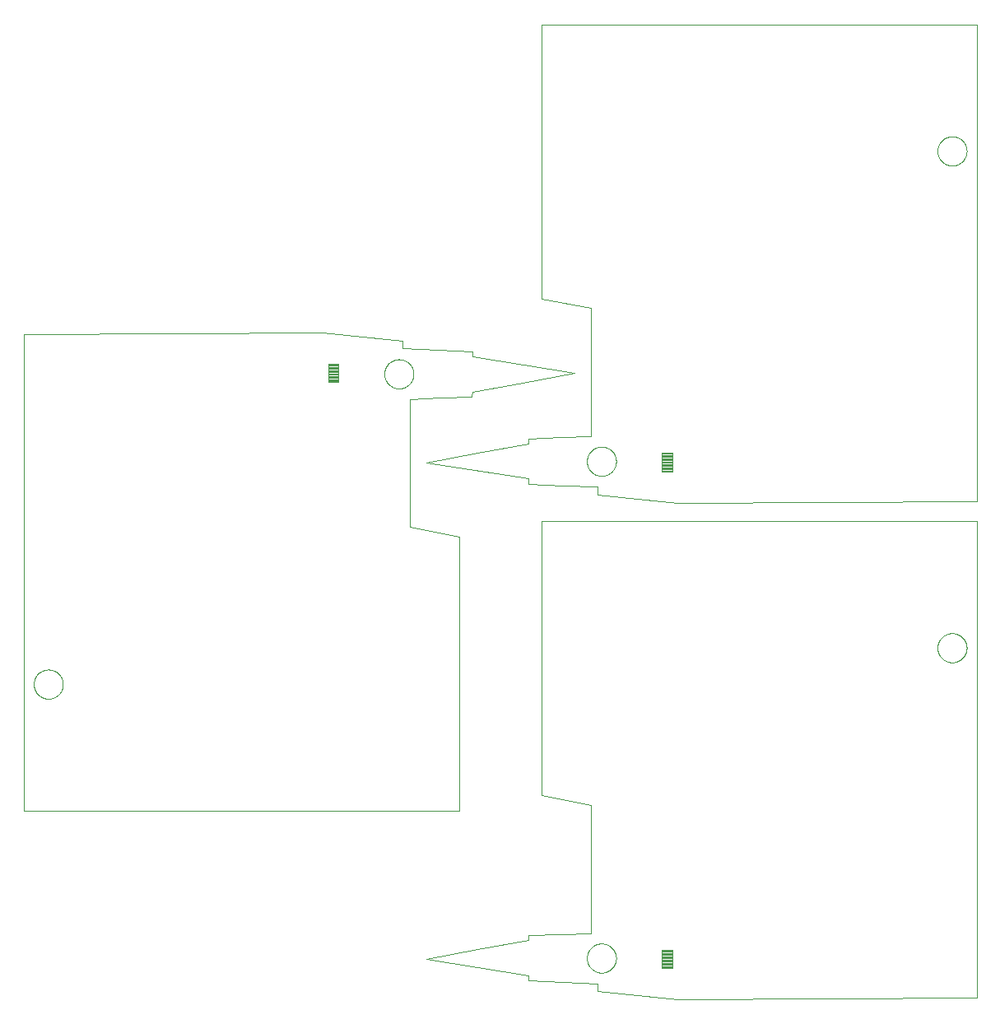
<source format=gbp>
%MOIN*%
%OFA0B0*%
%FSLAX25Y25*%
%IPPOS*%
%LPD*%
%AMOC8*
5,1,8,0,0,$1,22.5*%
%AMOC80*
5,1,8,0,0,$1,22.5*%
%AMOC81*
5,1,8,0,0,$1,202.5*%
%ADD10C,0*%
%ADD11C,0.0045*%
%ADD22C,0*%
%ADD23C,0.0045*%
%ADD24C,0*%
%ADD25C,0.0045*%
G75*
D10*
X0170811Y0216923D02*
X0191645Y0220881D01*
X0212144Y0224507D01*
X0212214Y0226340D01*
X0212284Y0226507D01*
X0225048Y0226993D01*
X0237478Y0227479D01*
X0237454Y0227473D02*
X0237479Y0253478D01*
X0237478Y0253451D02*
X0237478Y0279423D01*
X0217478Y0283173D01*
X0217478Y0394285D01*
X0393727Y0394285D01*
X0393727Y0201229D01*
X0333173Y0200882D01*
X0272617Y0200535D01*
X0240255Y0203907D01*
X0240255Y0207062D01*
X0226159Y0207618D01*
X0212061Y0208173D01*
X0212061Y0210395D01*
X0170811Y0216923D01*
X0235907Y0217338D02*
X0235909Y0217491D01*
X0235915Y0217645D01*
X0235924Y0217797D01*
X0235939Y0217950D01*
X0235957Y0218102D01*
X0235978Y0218254D01*
X0236004Y0218405D01*
X0236034Y0218556D01*
X0236068Y0218705D01*
X0236105Y0218854D01*
X0236146Y0219002D01*
X0236191Y0219148D01*
X0236240Y0219294D01*
X0236293Y0219438D01*
X0236349Y0219580D01*
X0236409Y0219721D01*
X0236473Y0219861D01*
X0236540Y0219999D01*
X0236611Y0220135D01*
X0236686Y0220269D01*
X0236763Y0220400D01*
X0236845Y0220531D01*
X0236929Y0220658D01*
X0237017Y0220785D01*
X0237108Y0220908D01*
X0237202Y0221029D01*
X0237300Y0221146D01*
X0237400Y0221263D01*
X0237503Y0221376D01*
X0237610Y0221487D01*
X0237719Y0221595D01*
X0237831Y0221700D01*
X0237944Y0221801D01*
X0238063Y0221900D01*
X0238181Y0221996D01*
X0238303Y0222088D01*
X0238429Y0222178D01*
X0238556Y0222264D01*
X0238685Y0222346D01*
X0238816Y0222427D01*
X0238949Y0222502D01*
X0239083Y0222576D01*
X0239221Y0222644D01*
X0239360Y0222710D01*
X0239500Y0222772D01*
X0239642Y0222830D01*
X0239785Y0222885D01*
X0239930Y0222935D01*
X0240076Y0222983D01*
X0240223Y0223026D01*
X0240370Y0223064D01*
X0240519Y0223101D01*
X0240669Y0223132D01*
X0240821Y0223159D01*
X0240972Y0223184D01*
X0241125Y0223204D01*
X0241277Y0223220D01*
X0241430Y0223232D01*
X0241583Y0223240D01*
X0241736Y0223244D01*
X0241889Y0223244D01*
X0242043Y0223240D01*
X0242196Y0223232D01*
X0242349Y0223220D01*
X0242501Y0223204D01*
X0242654Y0223184D01*
X0242804Y0223159D01*
X0242956Y0223132D01*
X0243106Y0223101D01*
X0243255Y0223064D01*
X0243403Y0223026D01*
X0243550Y0222983D01*
X0243696Y0222935D01*
X0243841Y0222885D01*
X0243983Y0222830D01*
X0244126Y0222772D01*
X0244266Y0222710D01*
X0244404Y0222644D01*
X0244542Y0222576D01*
X0244677Y0222502D01*
X0244810Y0222427D01*
X0244941Y0222346D01*
X0245070Y0222264D01*
X0245197Y0222178D01*
X0245322Y0222088D01*
X0245444Y0221996D01*
X0245563Y0221900D01*
X0245681Y0221801D01*
X0245795Y0221700D01*
X0245907Y0221595D01*
X0246016Y0221487D01*
X0246122Y0221376D01*
X0246226Y0221263D01*
X0246326Y0221146D01*
X0246424Y0221029D01*
X0246518Y0220908D01*
X0246609Y0220785D01*
X0246697Y0220658D01*
X0246781Y0220531D01*
X0246863Y0220400D01*
X0246939Y0220269D01*
X0247014Y0220135D01*
X0247086Y0219999D01*
X0247153Y0219861D01*
X0247217Y0219721D01*
X0247277Y0219580D01*
X0247332Y0219438D01*
X0247386Y0219294D01*
X0247434Y0219148D01*
X0247480Y0219002D01*
X0247521Y0218854D01*
X0247558Y0218705D01*
X0247592Y0218556D01*
X0247622Y0218405D01*
X0247647Y0218254D01*
X0247669Y0218102D01*
X0247687Y0217950D01*
X0247701Y0217797D01*
X0247711Y0217645D01*
X0247717Y0217491D01*
X0247718Y0217338D01*
X0247717Y0217185D01*
X0247711Y0217031D01*
X0247701Y0216878D01*
X0247687Y0216726D01*
X0247669Y0216573D01*
X0247647Y0216421D01*
X0247622Y0216271D01*
X0247592Y0216120D01*
X0247558Y0215970D01*
X0247521Y0215822D01*
X0247480Y0215674D01*
X0247434Y0215528D01*
X0247386Y0215382D01*
X0247332Y0215238D01*
X0247277Y0215096D01*
X0247217Y0214955D01*
X0247153Y0214814D01*
X0247086Y0214677D01*
X0247014Y0214541D01*
X0246939Y0214407D01*
X0246863Y0214275D01*
X0246781Y0214144D01*
X0246697Y0214017D01*
X0246609Y0213891D01*
X0246518Y0213768D01*
X0246424Y0213647D01*
X0246326Y0213529D01*
X0246226Y0213413D01*
X0246122Y0213300D01*
X0246016Y0213188D01*
X0245907Y0213081D01*
X0245795Y0212976D01*
X0245681Y0212875D01*
X0245563Y0212776D01*
X0245444Y0212679D01*
X0245322Y0212587D01*
X0245197Y0212498D01*
X0245070Y0212411D01*
X0244941Y0212329D01*
X0244810Y0212249D01*
X0244677Y0212173D01*
X0244542Y0212100D01*
X0244404Y0212031D01*
X0244266Y0211966D01*
X0244126Y0211904D01*
X0243983Y0211845D01*
X0243841Y0211791D01*
X0243696Y0211740D01*
X0243550Y0211693D01*
X0243403Y0211649D01*
X0243255Y0211611D01*
X0243106Y0211574D01*
X0242956Y0211544D01*
X0242804Y0211516D01*
X0242654Y0211492D01*
X0242501Y0211472D01*
X0242349Y0211456D01*
X0242196Y0211444D01*
X0242043Y0211436D01*
X0241889Y0211432D01*
X0241736Y0211432D01*
X0241583Y0211436D01*
X0241430Y0211444D01*
X0241277Y0211456D01*
X0241125Y0211472D01*
X0240972Y0211492D01*
X0240821Y0211516D01*
X0240669Y0211544D01*
X0240519Y0211574D01*
X0240370Y0211611D01*
X0240223Y0211649D01*
X0240076Y0211693D01*
X0239930Y0211740D01*
X0239785Y0211791D01*
X0239642Y0211845D01*
X0239500Y0211904D01*
X0239360Y0211966D01*
X0239221Y0212031D01*
X0239083Y0212100D01*
X0238949Y0212173D01*
X0238816Y0212249D01*
X0238685Y0212329D01*
X0238556Y0212411D01*
X0238429Y0212498D01*
X0238303Y0212587D01*
X0238181Y0212679D01*
X0238063Y0212776D01*
X0237944Y0212875D01*
X0237831Y0212976D01*
X0237719Y0213081D01*
X0237610Y0213188D01*
X0237503Y0213300D01*
X0237400Y0213413D01*
X0237300Y0213529D01*
X0237202Y0213647D01*
X0237108Y0213768D01*
X0237017Y0213891D01*
X0236929Y0214017D01*
X0236845Y0214144D01*
X0236763Y0214275D01*
X0236686Y0214407D01*
X0236611Y0214541D01*
X0236540Y0214677D01*
X0236473Y0214814D01*
X0236409Y0214955D01*
X0236349Y0215096D01*
X0236293Y0215238D01*
X0236240Y0215382D01*
X0236191Y0215528D01*
X0236146Y0215674D01*
X0236105Y0215822D01*
X0236068Y0215970D01*
X0236034Y0216120D01*
X0236004Y0216271D01*
X0235978Y0216421D01*
X0235957Y0216573D01*
X0235939Y0216726D01*
X0235924Y0216878D01*
X0235915Y0217031D01*
X0235909Y0217185D01*
X0235907Y0217338D01*
X0377893Y0342992D02*
X0377895Y0343145D01*
X0377901Y0343299D01*
X0377911Y0343452D01*
X0377925Y0343604D01*
X0377942Y0343757D01*
X0377965Y0343908D01*
X0377990Y0344058D01*
X0378020Y0344210D01*
X0378054Y0344360D01*
X0378091Y0344508D01*
X0378132Y0344656D01*
X0378177Y0344802D01*
X0378226Y0344948D01*
X0378279Y0345092D01*
X0378335Y0345234D01*
X0378394Y0345375D01*
X0378459Y0345515D01*
X0378526Y0345652D01*
X0378597Y0345789D01*
X0378671Y0345923D01*
X0378748Y0346055D01*
X0378831Y0346185D01*
X0378915Y0346313D01*
X0379003Y0346439D01*
X0379094Y0346562D01*
X0379188Y0346683D01*
X0379286Y0346801D01*
X0379386Y0346917D01*
X0379490Y0347030D01*
X0379596Y0347141D01*
X0379705Y0347249D01*
X0379816Y0347354D01*
X0379931Y0347455D01*
X0380049Y0347554D01*
X0380168Y0347650D01*
X0380290Y0347742D01*
X0380415Y0347832D01*
X0380542Y0347919D01*
X0380671Y0348001D01*
X0380801Y0348081D01*
X0380935Y0348157D01*
X0381070Y0348230D01*
X0381207Y0348299D01*
X0381346Y0348364D01*
X0381486Y0348426D01*
X0381628Y0348484D01*
X0381771Y0348539D01*
X0381916Y0348590D01*
X0382062Y0348637D01*
X0382209Y0348680D01*
X0382357Y0348719D01*
X0382506Y0348755D01*
X0382656Y0348785D01*
X0382807Y0348814D01*
X0382958Y0348838D01*
X0383111Y0348858D01*
X0383263Y0348874D01*
X0383416Y0348886D01*
X0383569Y0348894D01*
X0383722Y0348898D01*
X0383876Y0348898D01*
X0384029Y0348894D01*
X0384182Y0348886D01*
X0384335Y0348874D01*
X0384487Y0348858D01*
X0384640Y0348838D01*
X0384791Y0348814D01*
X0384942Y0348785D01*
X0385092Y0348755D01*
X0385241Y0348719D01*
X0385389Y0348680D01*
X0385536Y0348637D01*
X0385681Y0348590D01*
X0385827Y0348539D01*
X0385970Y0348484D01*
X0386112Y0348426D01*
X0386252Y0348364D01*
X0386391Y0348299D01*
X0386528Y0348230D01*
X0386662Y0348157D01*
X0386796Y0348081D01*
X0386927Y0348001D01*
X0387056Y0347919D01*
X0387183Y0347832D01*
X0387308Y0347742D01*
X0387430Y0347650D01*
X0387549Y0347554D01*
X0387667Y0347455D01*
X0387781Y0347354D01*
X0387893Y0347249D01*
X0388001Y0347141D01*
X0388108Y0347030D01*
X0388212Y0346917D01*
X0388311Y0346801D01*
X0388410Y0346683D01*
X0388504Y0346562D01*
X0388595Y0346439D01*
X0388683Y0346313D01*
X0388767Y0346185D01*
X0388849Y0346055D01*
X0388926Y0345923D01*
X0389001Y0345789D01*
X0389072Y0345652D01*
X0389139Y0345515D01*
X0389203Y0345375D01*
X0389263Y0345234D01*
X0389318Y0345092D01*
X0389372Y0344948D01*
X0389421Y0344802D01*
X0389466Y0344656D01*
X0389507Y0344508D01*
X0389544Y0344360D01*
X0389578Y0344210D01*
X0389608Y0344058D01*
X0389633Y0343908D01*
X0389655Y0343757D01*
X0389673Y0343604D01*
X0389687Y0343452D01*
X0389697Y0343299D01*
X0389703Y0343145D01*
X0389705Y0342992D01*
X0389703Y0342839D01*
X0389697Y0342685D01*
X0389687Y0342532D01*
X0389673Y0342380D01*
X0389655Y0342227D01*
X0389633Y0342076D01*
X0389608Y0341925D01*
X0389578Y0341774D01*
X0389544Y0341624D01*
X0389507Y0341476D01*
X0389466Y0341328D01*
X0389421Y0341182D01*
X0389372Y0341036D01*
X0389318Y0340892D01*
X0389263Y0340750D01*
X0389203Y0340609D01*
X0389139Y0340469D01*
X0389072Y0340331D01*
X0389001Y0340195D01*
X0388926Y0340061D01*
X0388849Y0339929D01*
X0388767Y0339799D01*
X0388683Y0339671D01*
X0388595Y0339545D01*
X0388504Y0339422D01*
X0388410Y0339301D01*
X0388311Y0339182D01*
X0388212Y0339067D01*
X0388108Y0338954D01*
X0388001Y0338843D01*
X0387893Y0338735D01*
X0387781Y0338630D01*
X0387667Y0338529D01*
X0387549Y0338430D01*
X0387430Y0338334D01*
X0387308Y0338241D01*
X0387183Y0338152D01*
X0387056Y0338065D01*
X0386927Y0337982D01*
X0386796Y0337903D01*
X0386662Y0337827D01*
X0386528Y0337754D01*
X0386391Y0337685D01*
X0386252Y0337620D01*
X0386112Y0337558D01*
X0385970Y0337500D01*
X0385827Y0337445D01*
X0385681Y0337394D01*
X0385536Y0337347D01*
X0385389Y0337304D01*
X0385241Y0337265D01*
X0385092Y0337229D01*
X0384942Y0337198D01*
X0384791Y0337170D01*
X0384640Y0337146D01*
X0384487Y0337126D01*
X0384335Y0337110D01*
X0384182Y0337098D01*
X0384029Y0337090D01*
X0383876Y0337086D01*
X0383722Y0337086D01*
X0383569Y0337090D01*
X0383416Y0337098D01*
X0383263Y0337110D01*
X0383111Y0337126D01*
X0382958Y0337146D01*
X0382807Y0337170D01*
X0382656Y0337198D01*
X0382506Y0337229D01*
X0382357Y0337265D01*
X0382209Y0337304D01*
X0382062Y0337347D01*
X0381916Y0337394D01*
X0381771Y0337445D01*
X0381628Y0337500D01*
X0381486Y0337558D01*
X0381346Y0337620D01*
X0381207Y0337685D01*
X0381070Y0337754D01*
X0380935Y0337827D01*
X0380801Y0337903D01*
X0380671Y0337982D01*
X0380542Y0338065D01*
X0380415Y0338152D01*
X0380290Y0338241D01*
X0380168Y0338334D01*
X0380049Y0338430D01*
X0379931Y0338529D01*
X0379816Y0338630D01*
X0379705Y0338735D01*
X0379596Y0338843D01*
X0379490Y0338954D01*
X0379386Y0339067D01*
X0379286Y0339182D01*
X0379188Y0339301D01*
X0379094Y0339422D01*
X0379003Y0339545D01*
X0378915Y0339671D01*
X0378831Y0339799D01*
X0378748Y0339929D01*
X0378671Y0340061D01*
X0378597Y0340195D01*
X0378526Y0340331D01*
X0378459Y0340469D01*
X0378394Y0340609D01*
X0378335Y0340750D01*
X0378279Y0340892D01*
X0378226Y0341036D01*
X0378177Y0341182D01*
X0378132Y0341328D01*
X0378091Y0341476D01*
X0378054Y0341624D01*
X0378020Y0341774D01*
X0377990Y0341925D01*
X0377965Y0342076D01*
X0377942Y0342227D01*
X0377925Y0342380D01*
X0377911Y0342532D01*
X0377901Y0342685D01*
X0377895Y0342839D01*
X0377893Y0342992D01*
D11*
X0266330Y0220711D02*
X0266330Y0213160D01*
X0266330Y0220711D02*
X0270380Y0220711D01*
X0270380Y0213160D01*
X0266330Y0213160D01*
X0266330Y0213610D02*
X0270380Y0213610D01*
X0270380Y0214059D02*
X0266330Y0214059D01*
X0266330Y0214508D02*
X0270380Y0214508D01*
X0270380Y0214957D02*
X0266330Y0214957D01*
X0266330Y0215406D02*
X0270380Y0215406D01*
X0270380Y0215855D02*
X0266330Y0215855D01*
X0266330Y0216304D02*
X0270380Y0216304D01*
X0270380Y0216753D02*
X0266330Y0216753D01*
X0266330Y0217201D02*
X0270380Y0217201D01*
X0270380Y0217651D02*
X0266330Y0217651D01*
X0266330Y0218100D02*
X0270380Y0218100D01*
X0270380Y0218549D02*
X0266330Y0218549D01*
X0266330Y0218997D02*
X0270380Y0218997D01*
X0270380Y0219447D02*
X0266330Y0219447D01*
X0266330Y0219896D02*
X0270380Y0219896D01*
X0270380Y0220345D02*
X0266330Y0220345D01*
G04 next file*
G75*
D22*
X0170811Y0015742D02*
X0191645Y0019700D01*
X0212144Y0023326D01*
X0212214Y0025158D01*
X0212284Y0025326D01*
X0225048Y0025812D01*
X0237478Y0026298D01*
X0237454Y0026292D02*
X0237479Y0052297D01*
X0237478Y0052270D02*
X0237478Y0078242D01*
X0217478Y0081992D01*
X0217478Y0193104D01*
X0393727Y0193104D01*
X0393727Y0000048D01*
X0333173Y-0000298D01*
X0272617Y-0000645D01*
X0240255Y0002726D01*
X0240255Y0005881D01*
X0226159Y0006437D01*
X0212061Y0006992D01*
X0212061Y0009215D01*
X0170811Y0015742D01*
X0235907Y0016157D02*
X0235909Y0016310D01*
X0235915Y0016464D01*
X0235924Y0016617D01*
X0235939Y0016769D01*
X0235957Y0016922D01*
X0235978Y0017073D01*
X0236004Y0017224D01*
X0236034Y0017375D01*
X0236068Y0017525D01*
X0236105Y0017673D01*
X0236146Y0017821D01*
X0236191Y0017967D01*
X0236240Y0018113D01*
X0236293Y0018257D01*
X0236349Y0018399D01*
X0236409Y0018540D01*
X0236473Y0018679D01*
X0236540Y0018818D01*
X0236611Y0018954D01*
X0236686Y0019088D01*
X0236763Y0019220D01*
X0236845Y0019350D01*
X0236929Y0019478D01*
X0237017Y0019604D01*
X0237108Y0019727D01*
X0237202Y0019848D01*
X0237300Y0019966D01*
X0237400Y0020082D01*
X0237503Y0020194D01*
X0237610Y0020305D01*
X0237719Y0020414D01*
X0237831Y0020519D01*
X0237944Y0020620D01*
X0238063Y0020719D01*
X0238181Y0020815D01*
X0238303Y0020908D01*
X0238429Y0020997D01*
X0238556Y0021084D01*
X0238685Y0021166D01*
X0238816Y0021246D01*
X0238949Y0021321D01*
X0239083Y0021395D01*
X0239221Y0021464D01*
X0239360Y0021529D01*
X0239500Y0021590D01*
X0239642Y0021649D01*
X0239785Y0021704D01*
X0239930Y0021755D01*
X0240076Y0021802D01*
X0240223Y0021845D01*
X0240370Y0021884D01*
X0240519Y0021920D01*
X0240669Y0021951D01*
X0240821Y0021979D01*
X0240972Y0022003D01*
X0241125Y0022022D01*
X0241277Y0022039D01*
X0241430Y0022051D01*
X0241583Y0022059D01*
X0241736Y0022063D01*
X0241889Y0022063D01*
X0242043Y0022059D01*
X0242196Y0022051D01*
X0242349Y0022039D01*
X0242501Y0022022D01*
X0242654Y0022003D01*
X0242804Y0021979D01*
X0242956Y0021951D01*
X0243106Y0021920D01*
X0243255Y0021884D01*
X0243403Y0021845D01*
X0243550Y0021802D01*
X0243696Y0021755D01*
X0243841Y0021704D01*
X0243983Y0021649D01*
X0244126Y0021590D01*
X0244266Y0021529D01*
X0244404Y0021464D01*
X0244542Y0021395D01*
X0244677Y0021321D01*
X0244810Y0021246D01*
X0244941Y0021166D01*
X0245070Y0021084D01*
X0245197Y0020997D01*
X0245322Y0020908D01*
X0245444Y0020815D01*
X0245563Y0020719D01*
X0245681Y0020620D01*
X0245795Y0020519D01*
X0245907Y0020414D01*
X0246016Y0020305D01*
X0246122Y0020194D01*
X0246226Y0020082D01*
X0246326Y0019966D01*
X0246424Y0019848D01*
X0246518Y0019727D01*
X0246609Y0019604D01*
X0246697Y0019478D01*
X0246781Y0019350D01*
X0246863Y0019220D01*
X0246939Y0019088D01*
X0247014Y0018954D01*
X0247086Y0018818D01*
X0247153Y0018679D01*
X0247217Y0018540D01*
X0247277Y0018399D01*
X0247332Y0018257D01*
X0247386Y0018113D01*
X0247434Y0017967D01*
X0247480Y0017821D01*
X0247521Y0017673D01*
X0247558Y0017525D01*
X0247592Y0017375D01*
X0247622Y0017224D01*
X0247647Y0017073D01*
X0247669Y0016922D01*
X0247687Y0016769D01*
X0247701Y0016617D01*
X0247711Y0016464D01*
X0247717Y0016310D01*
X0247718Y0016157D01*
X0247717Y0016003D01*
X0247711Y0015850D01*
X0247701Y0015697D01*
X0247687Y0015545D01*
X0247669Y0015392D01*
X0247647Y0015240D01*
X0247622Y0015090D01*
X0247592Y0014939D01*
X0247558Y0014789D01*
X0247521Y0014641D01*
X0247480Y0014493D01*
X0247434Y0014346D01*
X0247386Y0014201D01*
X0247332Y0014057D01*
X0247277Y0013915D01*
X0247217Y0013774D01*
X0247153Y0013633D01*
X0247086Y0013496D01*
X0247014Y0013360D01*
X0246939Y0013225D01*
X0246863Y0013094D01*
X0246781Y0012964D01*
X0246697Y0012836D01*
X0246609Y0012709D01*
X0246518Y0012587D01*
X0246424Y0012466D01*
X0246326Y0012348D01*
X0246226Y0012232D01*
X0246122Y0012119D01*
X0246016Y0012008D01*
X0245907Y0011900D01*
X0245795Y0011795D01*
X0245681Y0011693D01*
X0245563Y0011595D01*
X0245444Y0011499D01*
X0245322Y0011406D01*
X0245197Y0011317D01*
X0245070Y0011230D01*
X0244941Y0011148D01*
X0244810Y0011068D01*
X0244677Y0010992D01*
X0244542Y0010919D01*
X0244404Y0010850D01*
X0244266Y0010785D01*
X0244126Y0010723D01*
X0243983Y0010665D01*
X0243841Y0010610D01*
X0243696Y0010559D01*
X0243550Y0010512D01*
X0243403Y0010469D01*
X0243255Y0010430D01*
X0243106Y0010394D01*
X0242956Y0010363D01*
X0242804Y0010335D01*
X0242654Y0010311D01*
X0242501Y0010291D01*
X0242349Y0010275D01*
X0242196Y0010262D01*
X0242043Y0010255D01*
X0241889Y0010251D01*
X0241736Y0010251D01*
X0241583Y0010255D01*
X0241430Y0010262D01*
X0241277Y0010275D01*
X0241125Y0010291D01*
X0240972Y0010311D01*
X0240821Y0010335D01*
X0240669Y0010363D01*
X0240519Y0010394D01*
X0240370Y0010430D01*
X0240223Y0010469D01*
X0240076Y0010512D01*
X0239930Y0010559D01*
X0239785Y0010610D01*
X0239642Y0010665D01*
X0239500Y0010723D01*
X0239360Y0010785D01*
X0239221Y0010850D01*
X0239083Y0010919D01*
X0238949Y0010992D01*
X0238816Y0011068D01*
X0238685Y0011148D01*
X0238556Y0011230D01*
X0238429Y0011317D01*
X0238303Y0011406D01*
X0238181Y0011499D01*
X0238063Y0011595D01*
X0237944Y0011693D01*
X0237831Y0011795D01*
X0237719Y0011900D01*
X0237610Y0012008D01*
X0237503Y0012119D01*
X0237400Y0012232D01*
X0237300Y0012348D01*
X0237202Y0012466D01*
X0237108Y0012587D01*
X0237017Y0012709D01*
X0236929Y0012836D01*
X0236845Y0012964D01*
X0236763Y0013094D01*
X0236686Y0013225D01*
X0236611Y0013360D01*
X0236540Y0013496D01*
X0236473Y0013633D01*
X0236409Y0013774D01*
X0236349Y0013915D01*
X0236293Y0014057D01*
X0236240Y0014201D01*
X0236191Y0014346D01*
X0236146Y0014493D01*
X0236105Y0014641D01*
X0236068Y0014789D01*
X0236034Y0014939D01*
X0236004Y0015090D01*
X0235978Y0015240D01*
X0235957Y0015392D01*
X0235939Y0015545D01*
X0235924Y0015697D01*
X0235915Y0015850D01*
X0235909Y0016003D01*
X0235907Y0016157D01*
X0377893Y0141811D02*
X0377895Y0141964D01*
X0377901Y0142118D01*
X0377911Y0142271D01*
X0377925Y0142423D01*
X0377942Y0142576D01*
X0377965Y0142727D01*
X0377990Y0142878D01*
X0378020Y0143029D01*
X0378054Y0143179D01*
X0378091Y0143327D01*
X0378132Y0143475D01*
X0378177Y0143621D01*
X0378226Y0143767D01*
X0378279Y0143911D01*
X0378335Y0144053D01*
X0378394Y0144194D01*
X0378459Y0144333D01*
X0378526Y0144472D01*
X0378597Y0144608D01*
X0378671Y0144742D01*
X0378748Y0144874D01*
X0378831Y0145004D01*
X0378915Y0145132D01*
X0379003Y0145258D01*
X0379094Y0145381D01*
X0379188Y0145502D01*
X0379286Y0145620D01*
X0379386Y0145736D01*
X0379490Y0145849D01*
X0379596Y0145960D01*
X0379705Y0146067D01*
X0379816Y0146173D01*
X0379931Y0146273D01*
X0380049Y0146373D01*
X0380168Y0146469D01*
X0380290Y0146562D01*
X0380415Y0146651D01*
X0380542Y0146738D01*
X0380671Y0146820D01*
X0380801Y0146900D01*
X0380935Y0146976D01*
X0381070Y0147049D01*
X0381207Y0147118D01*
X0381346Y0147183D01*
X0381486Y0147245D01*
X0381628Y0147303D01*
X0381771Y0147358D01*
X0381916Y0147409D01*
X0382062Y0147456D01*
X0382209Y0147499D01*
X0382357Y0147538D01*
X0382506Y0147574D01*
X0382656Y0147605D01*
X0382807Y0147633D01*
X0382958Y0147657D01*
X0383111Y0147677D01*
X0383263Y0147693D01*
X0383416Y0147705D01*
X0383569Y0147713D01*
X0383722Y0147717D01*
X0383876Y0147717D01*
X0384029Y0147713D01*
X0384182Y0147705D01*
X0384335Y0147693D01*
X0384487Y0147677D01*
X0384640Y0147657D01*
X0384791Y0147633D01*
X0384942Y0147605D01*
X0385092Y0147574D01*
X0385241Y0147538D01*
X0385389Y0147499D01*
X0385536Y0147456D01*
X0385681Y0147409D01*
X0385827Y0147358D01*
X0385970Y0147303D01*
X0386112Y0147245D01*
X0386252Y0147183D01*
X0386391Y0147118D01*
X0386528Y0147049D01*
X0386662Y0146976D01*
X0386796Y0146900D01*
X0386927Y0146820D01*
X0387056Y0146738D01*
X0387183Y0146651D01*
X0387308Y0146562D01*
X0387430Y0146469D01*
X0387549Y0146373D01*
X0387667Y0146273D01*
X0387781Y0146173D01*
X0387893Y0146067D01*
X0388001Y0145960D01*
X0388108Y0145849D01*
X0388212Y0145736D01*
X0388311Y0145620D01*
X0388410Y0145502D01*
X0388504Y0145381D01*
X0388595Y0145258D01*
X0388683Y0145132D01*
X0388767Y0145004D01*
X0388849Y0144874D01*
X0388926Y0144742D01*
X0389001Y0144608D01*
X0389072Y0144472D01*
X0389139Y0144333D01*
X0389203Y0144194D01*
X0389263Y0144053D01*
X0389318Y0143911D01*
X0389372Y0143767D01*
X0389421Y0143621D01*
X0389466Y0143475D01*
X0389507Y0143327D01*
X0389544Y0143179D01*
X0389578Y0143029D01*
X0389608Y0142878D01*
X0389633Y0142727D01*
X0389655Y0142576D01*
X0389673Y0142423D01*
X0389687Y0142271D01*
X0389697Y0142118D01*
X0389703Y0141964D01*
X0389705Y0141811D01*
X0389703Y0141658D01*
X0389697Y0141504D01*
X0389687Y0141351D01*
X0389673Y0141199D01*
X0389655Y0141046D01*
X0389633Y0140895D01*
X0389608Y0140744D01*
X0389578Y0140593D01*
X0389544Y0140443D01*
X0389507Y0140295D01*
X0389466Y0140147D01*
X0389421Y0140001D01*
X0389372Y0139855D01*
X0389318Y0139710D01*
X0389263Y0139569D01*
X0389203Y0139428D01*
X0389139Y0139288D01*
X0389072Y0139150D01*
X0389001Y0139014D01*
X0388926Y0138880D01*
X0388849Y0138747D01*
X0388767Y0138618D01*
X0388683Y0138490D01*
X0388595Y0138364D01*
X0388504Y0138241D01*
X0388410Y0138120D01*
X0388311Y0138002D01*
X0388212Y0137886D01*
X0388108Y0137773D01*
X0388001Y0137662D01*
X0387893Y0137554D01*
X0387781Y0137449D01*
X0387667Y0137348D01*
X0387549Y0137249D01*
X0387430Y0137153D01*
X0387308Y0137060D01*
X0387183Y0136971D01*
X0387056Y0136884D01*
X0386927Y0136802D01*
X0386796Y0136722D01*
X0386662Y0136646D01*
X0386528Y0136573D01*
X0386391Y0136504D01*
X0386252Y0136439D01*
X0386112Y0136377D01*
X0385970Y0136319D01*
X0385827Y0136264D01*
X0385681Y0136213D01*
X0385536Y0136166D01*
X0385389Y0136123D01*
X0385241Y0136084D01*
X0385092Y0136048D01*
X0384942Y0136017D01*
X0384791Y0135989D01*
X0384640Y0135965D01*
X0384487Y0135945D01*
X0384335Y0135929D01*
X0384182Y0135917D01*
X0384029Y0135909D01*
X0383876Y0135905D01*
X0383722Y0135905D01*
X0383569Y0135909D01*
X0383416Y0135917D01*
X0383263Y0135929D01*
X0383111Y0135945D01*
X0382958Y0135965D01*
X0382807Y0135989D01*
X0382656Y0136017D01*
X0382506Y0136048D01*
X0382357Y0136084D01*
X0382209Y0136123D01*
X0382062Y0136166D01*
X0381916Y0136213D01*
X0381771Y0136264D01*
X0381628Y0136319D01*
X0381486Y0136377D01*
X0381346Y0136439D01*
X0381207Y0136504D01*
X0381070Y0136573D01*
X0380935Y0136646D01*
X0380801Y0136722D01*
X0380671Y0136802D01*
X0380542Y0136884D01*
X0380415Y0136971D01*
X0380290Y0137060D01*
X0380168Y0137153D01*
X0380049Y0137249D01*
X0379931Y0137348D01*
X0379816Y0137449D01*
X0379705Y0137554D01*
X0379596Y0137662D01*
X0379490Y0137773D01*
X0379386Y0137886D01*
X0379286Y0138002D01*
X0379188Y0138120D01*
X0379094Y0138241D01*
X0379003Y0138364D01*
X0378915Y0138490D01*
X0378831Y0138618D01*
X0378748Y0138747D01*
X0378671Y0138880D01*
X0378597Y0139014D01*
X0378526Y0139150D01*
X0378459Y0139288D01*
X0378394Y0139428D01*
X0378335Y0139569D01*
X0378279Y0139710D01*
X0378226Y0139855D01*
X0378177Y0140001D01*
X0378132Y0140147D01*
X0378091Y0140295D01*
X0378054Y0140443D01*
X0378020Y0140593D01*
X0377990Y0140744D01*
X0377965Y0140895D01*
X0377942Y0141046D01*
X0377925Y0141199D01*
X0377911Y0141351D01*
X0377901Y0141504D01*
X0377895Y0141658D01*
X0377893Y0141811D01*
D23*
X0266330Y0019530D02*
X0266330Y0011980D01*
X0266330Y0019530D02*
X0270380Y0019530D01*
X0270380Y0011980D01*
X0266330Y0011980D01*
X0266330Y0012429D02*
X0270380Y0012429D01*
X0270380Y0012878D02*
X0266330Y0012878D01*
X0266330Y0013327D02*
X0270380Y0013327D01*
X0270380Y0013776D02*
X0266330Y0013776D01*
X0266330Y0014224D02*
X0270380Y0014224D01*
X0270380Y0014674D02*
X0266330Y0014674D01*
X0266330Y0015123D02*
X0270380Y0015123D01*
X0270380Y0015572D02*
X0266330Y0015572D01*
X0266330Y0016021D02*
X0270380Y0016021D01*
X0270380Y0016470D02*
X0266330Y0016470D01*
X0266330Y0016919D02*
X0270380Y0016919D01*
X0270380Y0017368D02*
X0266330Y0017368D01*
X0266330Y0017817D02*
X0270380Y0017817D01*
X0270380Y0018266D02*
X0266330Y0018266D01*
X0266330Y0018715D02*
X0270380Y0018715D01*
X0270380Y0019164D02*
X0266330Y0019164D01*
G04 next file*
G75*
D24*
X0230763Y0253155D02*
X0209929Y0249196D01*
X0189429Y0245570D01*
X0189360Y0243738D01*
X0189290Y0243570D01*
X0176526Y0243085D01*
X0164096Y0242599D01*
X0164120Y0242605D02*
X0164095Y0216600D01*
X0164096Y0216627D02*
X0164096Y0190655D01*
X0184096Y0186905D01*
X0184096Y0075793D01*
X0007846Y0075793D01*
X0007846Y0268849D01*
X0068401Y0269196D01*
X0128956Y0269543D01*
X0161318Y0266171D01*
X0161318Y0263016D01*
X0175415Y0262460D01*
X0189512Y0261905D01*
X0189512Y0259682D01*
X0230763Y0253155D01*
X0165667Y0252740D02*
X0165664Y0252586D01*
X0165659Y0252433D01*
X0165649Y0252280D01*
X0165635Y0252128D01*
X0165617Y0251975D01*
X0165595Y0251824D01*
X0165570Y0251673D01*
X0165540Y0251521D01*
X0165506Y0251372D01*
X0165469Y0251223D01*
X0165427Y0251076D01*
X0165383Y0250930D01*
X0165334Y0250783D01*
X0165281Y0250640D01*
X0165225Y0250498D01*
X0165165Y0250356D01*
X0165101Y0250217D01*
X0165033Y0250078D01*
X0164963Y0249942D01*
X0164887Y0249809D01*
X0164811Y0249677D01*
X0164729Y0249547D01*
X0164645Y0249419D01*
X0164557Y0249293D01*
X0164466Y0249169D01*
X0164372Y0249049D01*
X0164274Y0248931D01*
X0164174Y0248815D01*
X0164070Y0248701D01*
X0163964Y0248591D01*
X0163855Y0248483D01*
X0163743Y0248378D01*
X0163629Y0248277D01*
X0163511Y0248178D01*
X0163392Y0248082D01*
X0163270Y0247989D01*
X0163144Y0247900D01*
X0163018Y0247813D01*
X0162889Y0247731D01*
X0162758Y0247651D01*
X0162624Y0247575D01*
X0162490Y0247502D01*
X0162353Y0247433D01*
X0162214Y0247368D01*
X0162074Y0247305D01*
X0161932Y0247248D01*
X0161789Y0247193D01*
X0161644Y0247142D01*
X0161498Y0247095D01*
X0161351Y0247052D01*
X0161203Y0247013D01*
X0161054Y0246977D01*
X0160904Y0246946D01*
X0160753Y0246918D01*
X0160602Y0246894D01*
X0160449Y0246874D01*
X0160297Y0246858D01*
X0160144Y0246846D01*
X0159991Y0246837D01*
X0159838Y0246834D01*
X0159684Y0246834D01*
X0159531Y0246837D01*
X0159378Y0246846D01*
X0159225Y0246858D01*
X0159073Y0246874D01*
X0158920Y0246894D01*
X0158769Y0246918D01*
X0158618Y0246946D01*
X0158468Y0246977D01*
X0158319Y0247013D01*
X0158171Y0247052D01*
X0158024Y0247095D01*
X0157878Y0247142D01*
X0157733Y0247193D01*
X0157590Y0247248D01*
X0157448Y0247305D01*
X0157308Y0247368D01*
X0157169Y0247433D01*
X0157032Y0247502D01*
X0156896Y0247575D01*
X0156764Y0247651D01*
X0156633Y0247731D01*
X0156504Y0247813D01*
X0156377Y0247900D01*
X0156252Y0247989D01*
X0156130Y0248082D01*
X0156011Y0248178D01*
X0155893Y0248277D01*
X0155778Y0248378D01*
X0155667Y0248483D01*
X0155558Y0248591D01*
X0155452Y0248701D01*
X0155348Y0248815D01*
X0155248Y0248931D01*
X0155150Y0249049D01*
X0155056Y0249169D01*
X0154965Y0249293D01*
X0154877Y0249419D01*
X0154793Y0249547D01*
X0154711Y0249677D01*
X0154634Y0249809D01*
X0154558Y0249942D01*
X0154487Y0250078D01*
X0154421Y0250217D01*
X0154357Y0250356D01*
X0154297Y0250498D01*
X0154241Y0250640D01*
X0154188Y0250783D01*
X0154139Y0250930D01*
X0154093Y0251076D01*
X0154053Y0251223D01*
X0154016Y0251372D01*
X0153982Y0251521D01*
X0153952Y0251673D01*
X0153927Y0251824D01*
X0153905Y0251975D01*
X0153887Y0252128D01*
X0153873Y0252280D01*
X0153863Y0252433D01*
X0153856Y0252586D01*
X0153855Y0252740D01*
X0153856Y0252893D01*
X0153863Y0253047D01*
X0153873Y0253200D01*
X0153887Y0253352D01*
X0153905Y0253505D01*
X0153927Y0253656D01*
X0153952Y0253806D01*
X0153982Y0253958D01*
X0154016Y0254108D01*
X0154053Y0254256D01*
X0154093Y0254404D01*
X0154139Y0254550D01*
X0154188Y0254696D01*
X0154241Y0254840D01*
X0154297Y0254982D01*
X0154357Y0255122D01*
X0154421Y0255263D01*
X0154487Y0255401D01*
X0154558Y0255537D01*
X0154634Y0255670D01*
X0154711Y0255803D01*
X0154793Y0255933D01*
X0154877Y0256061D01*
X0154965Y0256187D01*
X0155056Y0256310D01*
X0155150Y0256431D01*
X0155248Y0256549D01*
X0155348Y0256665D01*
X0155452Y0256778D01*
X0155558Y0256888D01*
X0155667Y0256997D01*
X0155778Y0257102D01*
X0155893Y0257202D01*
X0156011Y0257302D01*
X0156130Y0257398D01*
X0156252Y0257491D01*
X0156377Y0257580D01*
X0156504Y0257667D01*
X0156633Y0257749D01*
X0156764Y0257829D01*
X0156896Y0257905D01*
X0157032Y0257978D01*
X0157169Y0258047D01*
X0157308Y0258112D01*
X0157448Y0258174D01*
X0157590Y0258232D01*
X0157733Y0258287D01*
X0157878Y0258338D01*
X0158024Y0258385D01*
X0158171Y0258427D01*
X0158319Y0258467D01*
X0158468Y0258503D01*
X0158618Y0258534D01*
X0158769Y0258562D01*
X0158920Y0258585D01*
X0159073Y0258605D01*
X0159225Y0258622D01*
X0159378Y0258634D01*
X0159531Y0258642D01*
X0159684Y0258646D01*
X0159838Y0258646D01*
X0159991Y0258642D01*
X0160144Y0258634D01*
X0160297Y0258622D01*
X0160449Y0258605D01*
X0160602Y0258585D01*
X0160753Y0258562D01*
X0160904Y0258534D01*
X0161054Y0258503D01*
X0161203Y0258467D01*
X0161351Y0258427D01*
X0161498Y0258385D01*
X0161644Y0258338D01*
X0161789Y0258287D01*
X0161932Y0258232D01*
X0162074Y0258174D01*
X0162214Y0258112D01*
X0162353Y0258047D01*
X0162490Y0257978D01*
X0162624Y0257905D01*
X0162758Y0257829D01*
X0162889Y0257749D01*
X0163018Y0257667D01*
X0163144Y0257580D01*
X0163270Y0257491D01*
X0163392Y0257398D01*
X0163511Y0257302D01*
X0163629Y0257202D01*
X0163743Y0257102D01*
X0163855Y0256997D01*
X0163964Y0256888D01*
X0164070Y0256778D01*
X0164174Y0256665D01*
X0164274Y0256549D01*
X0164372Y0256431D01*
X0164466Y0256310D01*
X0164557Y0256187D01*
X0164645Y0256061D01*
X0164729Y0255933D01*
X0164811Y0255803D01*
X0164887Y0255670D01*
X0164963Y0255537D01*
X0165033Y0255401D01*
X0165101Y0255263D01*
X0165165Y0255122D01*
X0165225Y0254982D01*
X0165281Y0254840D01*
X0165334Y0254696D01*
X0165383Y0254550D01*
X0165427Y0254404D01*
X0165469Y0254256D01*
X0165506Y0254108D01*
X0165540Y0253958D01*
X0165570Y0253806D01*
X0165595Y0253656D01*
X0165617Y0253505D01*
X0165635Y0253352D01*
X0165649Y0253200D01*
X0165659Y0253047D01*
X0165664Y0252893D01*
X0165667Y0252740D01*
X0023681Y0127086D02*
X0023679Y0126933D01*
X0023673Y0126779D01*
X0023663Y0126625D01*
X0023649Y0126474D01*
X0023631Y0126321D01*
X0023609Y0126170D01*
X0023584Y0126019D01*
X0023554Y0125868D01*
X0023520Y0125718D01*
X0023483Y0125570D01*
X0023441Y0125421D01*
X0023397Y0125276D01*
X0023348Y0125130D01*
X0023295Y0124986D01*
X0023239Y0124844D01*
X0023179Y0124703D01*
X0023115Y0124563D01*
X0023048Y0124425D01*
X0022976Y0124289D01*
X0022901Y0124155D01*
X0022825Y0124023D01*
X0022743Y0123893D01*
X0022659Y0123764D01*
X0022571Y0123639D01*
X0022480Y0123516D01*
X0022386Y0123395D01*
X0022288Y0123276D01*
X0022188Y0123161D01*
X0022084Y0123048D01*
X0021978Y0122937D01*
X0021869Y0122829D01*
X0021757Y0122724D01*
X0021643Y0122623D01*
X0021525Y0122524D01*
X0021406Y0122428D01*
X0021284Y0122335D01*
X0021159Y0122246D01*
X0021032Y0122159D01*
X0020903Y0122076D01*
X0020772Y0121997D01*
X0020639Y0121920D01*
X0020504Y0121848D01*
X0020367Y0121779D01*
X0020228Y0121714D01*
X0020088Y0121652D01*
X0019946Y0121594D01*
X0019803Y0121539D01*
X0019658Y0121488D01*
X0019512Y0121441D01*
X0019364Y0121398D01*
X0019217Y0121359D01*
X0019068Y0121323D01*
X0018918Y0121292D01*
X0018767Y0121264D01*
X0018616Y0121239D01*
X0018463Y0121220D01*
X0018311Y0121204D01*
X0018158Y0121192D01*
X0018004Y0121184D01*
X0017852Y0121180D01*
X0017698Y0121180D01*
X0017544Y0121184D01*
X0017392Y0121192D01*
X0017239Y0121204D01*
X0017087Y0121220D01*
X0016934Y0121239D01*
X0016783Y0121264D01*
X0016632Y0121292D01*
X0016482Y0121323D01*
X0016333Y0121359D01*
X0016184Y0121398D01*
X0016038Y0121441D01*
X0015892Y0121488D01*
X0015747Y0121539D01*
X0015604Y0121594D01*
X0015462Y0121652D01*
X0015322Y0121714D01*
X0015183Y0121779D01*
X0015046Y0121848D01*
X0014911Y0121920D01*
X0014778Y0121997D01*
X0014646Y0122076D01*
X0014518Y0122159D01*
X0014391Y0122246D01*
X0014266Y0122335D01*
X0014144Y0122428D01*
X0014025Y0122524D01*
X0013907Y0122623D01*
X0013793Y0122724D01*
X0013680Y0122829D01*
X0013572Y0122937D01*
X0013466Y0123048D01*
X0013361Y0123161D01*
X0013261Y0123276D01*
X0013164Y0123395D01*
X0013070Y0123516D01*
X0012978Y0123639D01*
X0012891Y0123764D01*
X0012806Y0123893D01*
X0012725Y0124023D01*
X0012648Y0124155D01*
X0012573Y0124289D01*
X0012502Y0124425D01*
X0012435Y0124563D01*
X0012371Y0124703D01*
X0012311Y0124844D01*
X0012255Y0124986D01*
X0012201Y0125130D01*
X0012153Y0125276D01*
X0012108Y0125421D01*
X0012067Y0125570D01*
X0012030Y0125718D01*
X0011996Y0125868D01*
X0011966Y0126019D01*
X0011941Y0126170D01*
X0011918Y0126321D01*
X0011901Y0126474D01*
X0011887Y0126625D01*
X0011877Y0126779D01*
X0011870Y0126933D01*
X0011869Y0127086D01*
X0011870Y0127239D01*
X0011877Y0127393D01*
X0011887Y0127546D01*
X0011901Y0127698D01*
X0011918Y0127851D01*
X0011941Y0128002D01*
X0011966Y0128153D01*
X0011996Y0128304D01*
X0012030Y0128454D01*
X0012067Y0128602D01*
X0012108Y0128750D01*
X0012153Y0128896D01*
X0012201Y0129041D01*
X0012255Y0129186D01*
X0012311Y0129328D01*
X0012371Y0129468D01*
X0012435Y0129609D01*
X0012502Y0129746D01*
X0012573Y0129882D01*
X0012648Y0130017D01*
X0012725Y0130149D01*
X0012806Y0130279D01*
X0012891Y0130407D01*
X0012978Y0130533D01*
X0013070Y0130656D01*
X0013164Y0130776D01*
X0013261Y0130895D01*
X0013361Y0131011D01*
X0013466Y0131124D01*
X0013572Y0131235D01*
X0013680Y0131343D01*
X0013793Y0131448D01*
X0013907Y0131549D01*
X0014025Y0131648D01*
X0014144Y0131744D01*
X0014266Y0131837D01*
X0014391Y0131926D01*
X0014518Y0132013D01*
X0014646Y0132095D01*
X0014778Y0132175D01*
X0014911Y0132251D01*
X0015046Y0132324D01*
X0015183Y0132393D01*
X0015322Y0132458D01*
X0015462Y0132519D01*
X0015604Y0132578D01*
X0015747Y0132633D01*
X0015892Y0132684D01*
X0016038Y0132731D01*
X0016184Y0132774D01*
X0016333Y0132813D01*
X0016482Y0132849D01*
X0016632Y0132880D01*
X0016783Y0132908D01*
X0016934Y0132932D01*
X0017087Y0132952D01*
X0017239Y0132968D01*
X0017392Y0132980D01*
X0017544Y0132988D01*
X0017698Y0132992D01*
X0017852Y0132992D01*
X0018004Y0132988D01*
X0018158Y0132980D01*
X0018311Y0132968D01*
X0018463Y0132952D01*
X0018616Y0132932D01*
X0018767Y0132908D01*
X0018918Y0132880D01*
X0019068Y0132849D01*
X0019217Y0132813D01*
X0019364Y0132774D01*
X0019512Y0132731D01*
X0019658Y0132684D01*
X0019803Y0132633D01*
X0019946Y0132578D01*
X0020088Y0132519D01*
X0020228Y0132458D01*
X0020367Y0132393D01*
X0020504Y0132324D01*
X0020639Y0132251D01*
X0020772Y0132175D01*
X0020903Y0132095D01*
X0021032Y0132013D01*
X0021159Y0131926D01*
X0021284Y0131837D01*
X0021406Y0131744D01*
X0021525Y0131648D01*
X0021643Y0131549D01*
X0021757Y0131448D01*
X0021869Y0131343D01*
X0021978Y0131235D01*
X0022084Y0131124D01*
X0022188Y0131011D01*
X0022288Y0130895D01*
X0022386Y0130776D01*
X0022480Y0130656D01*
X0022571Y0130533D01*
X0022659Y0130407D01*
X0022743Y0130279D01*
X0022825Y0130149D01*
X0022901Y0130017D01*
X0022976Y0129882D01*
X0023048Y0129746D01*
X0023115Y0129609D01*
X0023179Y0129468D01*
X0023239Y0129328D01*
X0023295Y0129186D01*
X0023348Y0129041D01*
X0023397Y0128896D01*
X0023441Y0128750D01*
X0023483Y0128602D01*
X0023520Y0128454D01*
X0023554Y0128304D01*
X0023584Y0128153D01*
X0023609Y0128002D01*
X0023631Y0127851D01*
X0023649Y0127698D01*
X0023663Y0127546D01*
X0023673Y0127393D01*
X0023679Y0127239D01*
X0023681Y0127086D01*
D25*
X0135244Y0249366D02*
X0135244Y0256917D01*
X0135244Y0249366D02*
X0131194Y0249366D01*
X0131194Y0256917D01*
X0135244Y0256917D01*
X0135244Y0256468D02*
X0131194Y0256468D01*
X0131194Y0256019D02*
X0135244Y0256019D01*
X0135244Y0255570D02*
X0131194Y0255570D01*
X0131194Y0255121D02*
X0135244Y0255121D01*
X0135244Y0254672D02*
X0131194Y0254672D01*
X0131194Y0254223D02*
X0135244Y0254223D01*
X0135244Y0253774D02*
X0131194Y0253774D01*
X0131194Y0253324D02*
X0135244Y0253324D01*
X0135244Y0252876D02*
X0131194Y0252876D01*
X0131194Y0252427D02*
X0135244Y0252427D01*
X0135244Y0251978D02*
X0131194Y0251978D01*
X0131194Y0251528D02*
X0135244Y0251528D01*
X0135244Y0251080D02*
X0131194Y0251080D01*
X0131194Y0250631D02*
X0135244Y0250631D01*
X0135244Y0250182D02*
X0131194Y0250182D01*
X0131194Y0249732D02*
X0135244Y0249732D01*
M02*
</source>
